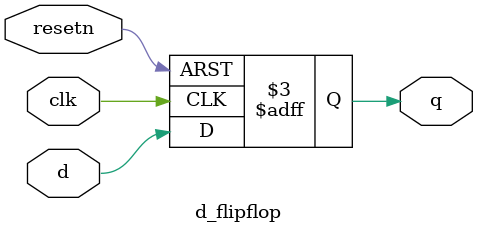
<source format=sv>
module top_module (
	input clk,
	input resetn,
	input in,
	output out
);

	// Define D flip-flops
	reg [3:0] d;
	wire [3:0] q;

	// Shift Register Implementation
	always @(posedge clk or negedge resetn) begin
		if (~resetn) begin
			d <= 4'b0;
		end else begin
			d <= {d[2:0], in};
		end
	end

	// Output assignment
	assign out = q[3];

	// Instantiate D flip-flops
	d_flipflop dff0 (.clk(clk), .resetn(resetn), .d(in), .q(q[0]));
	d_flipflop dff1 (.clk(clk), .resetn(resetn), .d(q[0]), .q(q[1]));
	d_flipflop dff2 (.clk(clk), .resetn(resetn), .d(q[1]), .q(q[2]));
	d_flipflop dff3 (.clk(clk), .resetn(resetn), .d(q[2]), .q(q[3]));

endmodule
module d_flipflop (
	input clk,
	input resetn,
	input d,
	output reg q
);
	always @(posedge clk or negedge resetn) begin
		if (~resetn) begin
			q <= 1'b0;
		end else begin
			q <= d;
		end
	end
endmodule

</source>
